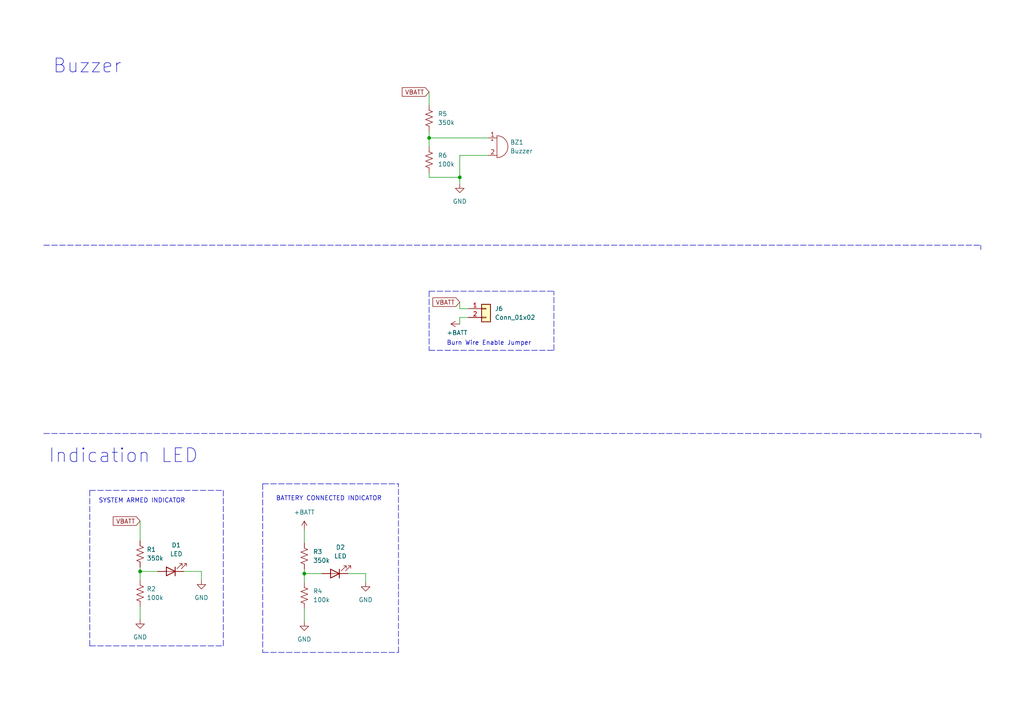
<source format=kicad_sch>
(kicad_sch (version 20211123) (generator eeschema)
  (paper "A4")
  (lib_symbols
    (symbol "Connector_Generic:Conn_01x02" (pin_names (offset 1.016) hide)
      (property "Reference" "J" (at 0 2.54 0))
      (property "Value" "Conn_01x02" (at 0 -5.08 0))
      (symbol "Conn_01x02_1_1"
        (rectangle (start -1.27 -2.413) (end 0 -2.667) (stroke (width 0.1524)))
        (rectangle (start -1.27 0.127) (end 0 -0.127) (stroke (width 0.1524)))
        (rectangle (start -1.27 1.27) (end 1.27 -3.81) (stroke (width 0.254)) (fill (type background)))
        (pin passive line (at -5.08 0 0) (length 3.81) (name "Pin_1") (number "1"))
        (pin passive line (at -5.08 -2.54 0) (length 3.81) (name "Pin_2") (number "2"))
      )
    )
    (symbol "Device:Buzzer" (pin_names (offset 0.0254) hide)
      (property "Reference" "BZ" (at 3.81 1.27 0))
      (property "Value" "Buzzer" (at 3.81 -1.27 0))
      (symbol "Buzzer_0_1"
        (arc (start 0 -3.175) (mid 3.175 0) (end 0 3.175))
        (polyline (pts (xy -1.651 1.905) (xy -1.143 1.905)))
        (polyline (pts (xy -1.397 2.159) (xy -1.397 1.651)))
        (polyline (pts (xy 0 3.175) (xy 0 -3.175)))
      )
      (symbol "Buzzer_1_1"
        (pin passive line (at -2.54 2.54 0) (length 2.54) (name "-") (number "1"))
        (pin passive line (at -2.54 -2.54 0) (length 2.54) (name "+") (number "2"))
      )
    )
    (symbol "Device:LED" (pin_numbers hide) (pin_names (offset 1.016) hide)
      (property "Reference" "D" (at 0 2.54 0))
      (property "Value" "LED" (at 0 -2.54 0))
      (symbol "LED_0_1"
        (polyline (pts (xy -1.27 -1.27) (xy -1.27 1.27)) (stroke (width 0.254)))
        (polyline (pts (xy -1.27 0) (xy 1.27 0)))
        (polyline (pts (xy 1.27 -1.27) (xy 1.27 1.27) (xy -1.27 0) (xy 1.27 -1.27)) (stroke (width 0.254)))
        (polyline (pts (xy -3.048 -0.762) (xy -4.572 -2.286) (xy -3.81 -2.286) (xy -4.572 -2.286) (xy -4.572 -1.524)))
        (polyline (pts (xy -1.778 -0.762) (xy -3.302 -2.286) (xy -2.54 -2.286) (xy -3.302 -2.286) (xy -3.302 -1.524)))
      )
      (symbol "LED_1_1"
        (pin passive line (at -3.81 0 0) (length 2.54) (name "K") (number "1"))
        (pin passive line (at 3.81 0 180) (length 2.54) (name "A") (number "2"))
      )
    )
    (symbol "Device:R_US" (pin_numbers hide) (pin_names (offset 0))
      (property "Reference" "R" (at 2.54 0 90))
      (property "Value" "R_US" (at -2.54 0 90))
      (symbol "R_US_0_1"
        (polyline (pts (xy 0 -2.286) (xy 0 -2.54)))
        (polyline (pts (xy 0 2.286) (xy 0 2.54)))
        (polyline (pts (xy 0 -0.762) (xy 1.016 -1.143) (xy 0 -1.524) (xy -1.016 -1.905) (xy 0 -2.286)))
        (polyline (pts (xy 0 0.762) (xy 1.016 0.381) (xy 0 0) (xy -1.016 -0.381) (xy 0 -0.762)))
        (polyline (pts (xy 0 2.286) (xy 1.016 1.905) (xy 0 1.524) (xy -1.016 1.143) (xy 0 0.762)))
      )
      (symbol "R_US_1_1"
        (pin passive line (at 0 3.81 270) (length 1.27) (name "~") (number "1"))
        (pin passive line (at 0 -3.81 90) (length 1.27) (name "~") (number "2"))
      )
    )
    (symbol "power:+BATT" (power) (pin_names (offset 0))
      (property "Value" "+BATT" (at 0 3.556 0))
      (symbol "+BATT_0_1"
        (polyline (pts (xy -0.762 1.27) (xy 0 2.54)))
        (polyline (pts (xy 0 0) (xy 0 2.54)))
        (polyline (pts (xy 0 2.54) (xy 0.762 1.27)))
      )
      (symbol "+BATT_1_1"
        (pin power_in line (at 0 0 90) (length 0) hide (name "+BATT") (number "1"))
      )
    )
    (symbol "power:GND" (power) (pin_names (offset 0))
      (property "Value" "GND" (at 0 -3.81 0))
      (symbol "GND_0_1"
        (polyline (pts (xy 0 0) (xy 0 -1.27) (xy 1.27 -1.27) (xy 0 -2.54) (xy -1.27 -1.27) (xy 0 -1.27)))
      )
      (symbol "GND_1_1"
        (pin power_in line (at 0 0 270) (length 0) hide (name "GND") (number "1"))
      )
    )
  )
  (junction (at 40.64 165.735))
  (junction (at 88.265 166.37))
  (junction (at 133.35 51.435))
  (junction (at 124.46 40.005))
  (wire (pts (xy 40.64 165.735) (xy 45.72 165.735)))
  (polyline (pts (xy 76.2 189.23) (xy 115.57 189.23)))
  (wire (pts (xy 88.265 166.37) (xy 93.345 166.37)))
  (wire (pts (xy 53.34 165.735) (xy 58.42 165.735)))
  (wire (pts (xy 88.265 176.53) (xy 88.265 180.34)))
  (polyline (pts (xy 115.57 189.23) (xy 115.57 140.335)))
  (polyline (pts (xy 12.7 71.12) (xy 284.48 71.12)))
  (wire (pts (xy 133.35 51.435) (xy 133.35 45.085)))
  (wire (pts (xy 40.64 165.735) (xy 40.64 168.275)))
  (wire (pts (xy 106.045 166.37) (xy 106.045 168.91)))
  (polyline (pts (xy 64.77 187.325) (xy 64.77 142.24)))
  (polyline (pts (xy 124.46 84.455) (xy 160.655 84.455)))
  (wire (pts (xy 124.46 40.005) (xy 141.605 40.005)))
  (wire (pts (xy 40.64 175.895) (xy 40.64 179.705)))
  (wire (pts (xy 133.35 87.63) (xy 133.35 89.535)))
  (wire (pts (xy 88.265 153.67) (xy 88.265 157.48)))
  (polyline (pts (xy 26.035 142.24) (xy 26.035 187.325)))
  (wire (pts (xy 135.89 89.535) (xy 133.35 89.535)))
  (wire (pts (xy 124.46 26.67) (xy 124.46 30.48)))
  (polyline (pts (xy 124.46 84.455) (xy 124.46 101.6)))
  (wire (pts (xy 100.965 166.37) (xy 106.045 166.37)))
  (wire (pts (xy 124.46 38.1) (xy 124.46 40.005)))
  (polyline (pts (xy 76.2 140.335) (xy 76.2 189.23)))
  (polyline (pts (xy 284.48 71.12) (xy 284.48 72.39)))
  (wire (pts (xy 40.64 164.465) (xy 40.64 165.735)))
  (polyline (pts (xy 12.7 125.73) (xy 284.48 125.73)))
  (wire (pts (xy 124.46 50.165) (xy 124.46 51.435)))
  (polyline (pts (xy 284.48 125.73) (xy 284.48 127)))
  (wire (pts (xy 135.89 92.075) (xy 133.35 92.075)))
  (polyline (pts (xy 160.655 101.6) (xy 160.655 84.455)))
  (wire (pts (xy 133.35 51.435) (xy 133.35 53.34)))
  (wire (pts (xy 124.46 51.435) (xy 133.35 51.435)))
  (polyline (pts (xy 26.035 142.24) (xy 64.77 142.24)))
  (polyline (pts (xy 76.2 140.335) (xy 115.57 140.335)))
  (wire (pts (xy 88.265 165.1) (xy 88.265 166.37)))
  (wire (pts (xy 124.46 40.005) (xy 124.46 42.545)))
  (wire (pts (xy 58.42 165.735) (xy 58.42 168.275)))
  (wire (pts (xy 40.64 151.13) (xy 40.64 156.845)))
  (polyline (pts (xy 26.035 187.325) (xy 64.77 187.325)))
  (wire (pts (xy 133.35 45.085) (xy 141.605 45.085)))
  (wire (pts (xy 133.35 92.075) (xy 133.35 93.98)))
  (wire (pts (xy 88.265 166.37) (xy 88.265 168.91)))
  (polyline (pts (xy 124.46 101.6) (xy 160.655 101.6)))
  (text "BATTERY CONNECTED INDICATOR " (at 80.01 145.415 0) (effects (font (size 1.27 1.27)) (justify left bottom)))
  (text "Burn Wire Enable Jumper" (at 129.54 100.33 0) (effects (font (size 1.27 1.27)) (justify left bottom)))
  (text "SYSTEM ARMED INDICATOR \n" (at 28.575 146.05 0) (effects (font (size 1.27 1.27)) (justify left bottom)))
  (text "Indication LED" (at 13.97 134.62 0) (effects (font (size 4 4)) (justify left bottom)))
  (text "Buzzer" (at 15.24 21.59 0) (effects (font (size 4 4)) (justify left bottom)))
  (global_label "VBATT" (shape input) (at 124.46 26.67 180) (property "Intersheet References" "${INTERSHEET_REFS}" (effects hide)))
  (global_label "VBATT" (shape input) (at 133.35 87.63 180) (property "Intersheet References" "${INTERSHEET_REFS}" (effects hide)))
  (global_label "VBATT" (shape input) (at 40.64 151.13 180) (property "Intersheet References" "${INTERSHEET_REFS}" (effects hide)))
  (symbol (lib_id "Device:Buzzer") (at 144.145 42.545 0) (unit 1)
    (property "Reference" "BZ1" (at 147.955 41.2749 0) (effects (justify left)))
    (property "Value" "Buzzer" (at 147.955 43.8149 0) (effects (justify left)))
    (property "Footprint" "Buzzer_Beeper:Buzzer_12x9.5RM7.6" (effects hide))
  )
  (symbol (lib_id "power:GND") (at 106.045 168.91 0) (unit 1)
    (property "Reference" "#PWR08" (effects hide))
    (property "Value" "GND" (at 106.045 173.99 0))
  )
  (symbol (lib_id "power:GND") (at 88.265 180.34 0) (unit 1)
    (property "Reference" "#PWR07" (effects hide))
    (property "Value" "GND" (at 88.265 185.42 0))
  )
  (symbol (lib_id "Device:R_US") (at 88.265 161.29 0) (unit 1)
    (property "Reference" "R3" (at 90.805 160.0199 0) (effects (justify left)))
    (property "Value" "350k" (at 90.805 162.5599 0) (effects (justify left)))
    (property "Footprint" "Resistor_SMD:R_0603_1608Metric" (effects hide))
  )
  (symbol (lib_id "power:+BATT") (at 133.35 93.98 90) (unit 1)
    (property "Reference" "#PWR010" (effects hide))
    (property "Value" "+BATT" (at 129.54 96.52 90) (effects (justify right)))
  )
  (symbol (lib_id "Device:R_US") (at 40.64 160.655 0) (unit 1)
    (property "Reference" "R1" (at 42.545 159.3849 0) (effects (justify left)))
    (property "Value" "350k" (at 42.545 161.9249 0) (effects (justify left)))
    (property "Footprint" "Resistor_SMD:R_0603_1608Metric" (effects hide))
  )
  (symbol (lib_id "power:GND") (at 133.35 53.34 0) (unit 1)
    (property "Reference" "#PWR09" (effects hide))
    (property "Value" "GND" (at 133.35 58.42 0))
  )
  (symbol (lib_id "Connector_Generic:Conn_01x02") (at 140.97 89.535 0) (unit 1)
    (property "Reference" "J6" (at 143.51 89.5349 0) (effects (justify left)))
    (property "Value" "Conn_01x02" (at 143.51 92.0749 0) (effects (justify left)))
    (property "Footprint" "Connector_JST:JST_EH_S2B-EH_1x02_P2.50mm_Horizontal" (effects hide))
  )
  (symbol (lib_id "Device:R_US") (at 40.64 172.085 0) (unit 1)
    (property "Reference" "R2" (at 42.545 170.8149 0) (effects (justify left)))
    (property "Value" "100k" (at 42.545 173.3549 0) (effects (justify left)))
    (property "Footprint" "Resistor_SMD:R_0603_1608Metric" (effects hide))
  )
  (symbol (lib_id "power:GND") (at 58.42 168.275 0) (unit 1)
    (property "Reference" "#PWR05" (effects hide))
    (property "Value" "GND" (at 58.42 173.355 0))
  )
  (symbol (lib_id "power:+BATT") (at 88.265 153.67 0) (unit 1)
    (property "Reference" "#PWR06" (effects hide))
    (property "Value" "+BATT" (at 88.265 148.59 0))
  )
  (symbol (lib_id "power:GND") (at 40.64 179.705 0) (unit 1)
    (property "Reference" "#PWR04" (effects hide))
    (property "Value" "GND" (at 40.64 184.785 0))
  )
  (symbol (lib_id "Device:R_US") (at 124.46 46.355 0) (unit 1)
    (property "Reference" "R6" (at 127 45.0849 0) (effects (justify left)))
    (property "Value" "100k" (at 127 47.6249 0) (effects (justify left)))
    (property "Footprint" "Resistor_SMD:R_0603_1608Metric" (effects hide))
  )
  (symbol (lib_id "Device:R_US") (at 124.46 34.29 0) (unit 1)
    (property "Reference" "R5" (at 127 33.0199 0) (effects (justify left)))
    (property "Value" "350k" (at 127 35.5599 0) (effects (justify left)))
    (property "Footprint" "Resistor_SMD:R_0603_1608Metric" (effects hide))
  )
  (symbol (lib_id "Device:LED") (at 97.155 166.37 180) (unit 1)
    (property "Reference" "D2" (at 98.7425 158.75 0))
    (property "Value" "LED" (at 98.7425 161.29 0))
    (property "Footprint" "LED_SMD:LED_1210_3225Metric" (effects hide))
  )
  (symbol (lib_id "Device:LED") (at 49.53 165.735 180) (unit 1)
    (property "Reference" "D1" (at 51.1175 158.115 0))
    (property "Value" "LED" (at 51.1175 160.655 0))
    (property "Footprint" "LED_SMD:LED_1210_3225Metric" (effects hide))
  )
  (symbol (lib_id "Device:R_US") (at 88.265 172.72 0) (unit 1)
    (property "Reference" "R4" (at 90.805 171.4499 0) (effects (justify left)))
    (property "Value" "100k" (at 90.805 173.9899 0) (effects (justify left)))
    (property "Footprint" "Resistor_SMD:R_0603_1608Metric" (effects hide))
  )
)
</source>
